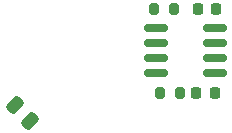
<source format=gtp>
%TF.GenerationSoftware,KiCad,Pcbnew,(6.0.8)*%
%TF.CreationDate,2022-10-29T05:30:09+02:00*%
%TF.ProjectId,view_base,76696577-5f62-4617-9365-2e6b69636164,rev?*%
%TF.SameCoordinates,Original*%
%TF.FileFunction,Paste,Top*%
%TF.FilePolarity,Positive*%
%FSLAX46Y46*%
G04 Gerber Fmt 4.6, Leading zero omitted, Abs format (unit mm)*
G04 Created by KiCad (PCBNEW (6.0.8)) date 2022-10-29 05:30:09*
%MOMM*%
%LPD*%
G01*
G04 APERTURE LIST*
G04 Aperture macros list*
%AMRoundRect*
0 Rectangle with rounded corners*
0 $1 Rounding radius*
0 $2 $3 $4 $5 $6 $7 $8 $9 X,Y pos of 4 corners*
0 Add a 4 corners polygon primitive as box body*
4,1,4,$2,$3,$4,$5,$6,$7,$8,$9,$2,$3,0*
0 Add four circle primitives for the rounded corners*
1,1,$1+$1,$2,$3*
1,1,$1+$1,$4,$5*
1,1,$1+$1,$6,$7*
1,1,$1+$1,$8,$9*
0 Add four rect primitives between the rounded corners*
20,1,$1+$1,$2,$3,$4,$5,0*
20,1,$1+$1,$4,$5,$6,$7,0*
20,1,$1+$1,$6,$7,$8,$9,0*
20,1,$1+$1,$8,$9,$2,$3,0*%
G04 Aperture macros list end*
%ADD10RoundRect,0.200000X0.200000X0.275000X-0.200000X0.275000X-0.200000X-0.275000X0.200000X-0.275000X0*%
%ADD11RoundRect,0.200000X-0.200000X-0.275000X0.200000X-0.275000X0.200000X0.275000X-0.200000X0.275000X0*%
%ADD12RoundRect,0.225000X-0.225000X-0.250000X0.225000X-0.250000X0.225000X0.250000X-0.225000X0.250000X0*%
%ADD13RoundRect,0.250000X0.512652X0.159099X0.159099X0.512652X-0.512652X-0.159099X-0.159099X-0.512652X0*%
%ADD14RoundRect,0.150000X0.825000X0.150000X-0.825000X0.150000X-0.825000X-0.150000X0.825000X-0.150000X0*%
G04 APERTURE END LIST*
D10*
%TO.C,R19*%
X99525000Y-103600000D03*
X97875000Y-103600000D03*
%TD*%
D11*
%TO.C,R20*%
X97375000Y-96500000D03*
X99025000Y-96500000D03*
%TD*%
D12*
%TO.C,C16*%
X100925000Y-103600000D03*
X102475000Y-103600000D03*
%TD*%
D13*
%TO.C,C3*%
X86871751Y-105971751D03*
X85528249Y-104628249D03*
%TD*%
D14*
%TO.C,U5*%
X102475000Y-101905000D03*
X102475000Y-100635000D03*
X102475000Y-99365000D03*
X102475000Y-98095000D03*
X97525000Y-98095000D03*
X97525000Y-99365000D03*
X97525000Y-100635000D03*
X97525000Y-101905000D03*
%TD*%
D12*
%TO.C,C15*%
X101025000Y-96500000D03*
X102575000Y-96500000D03*
%TD*%
M02*

</source>
